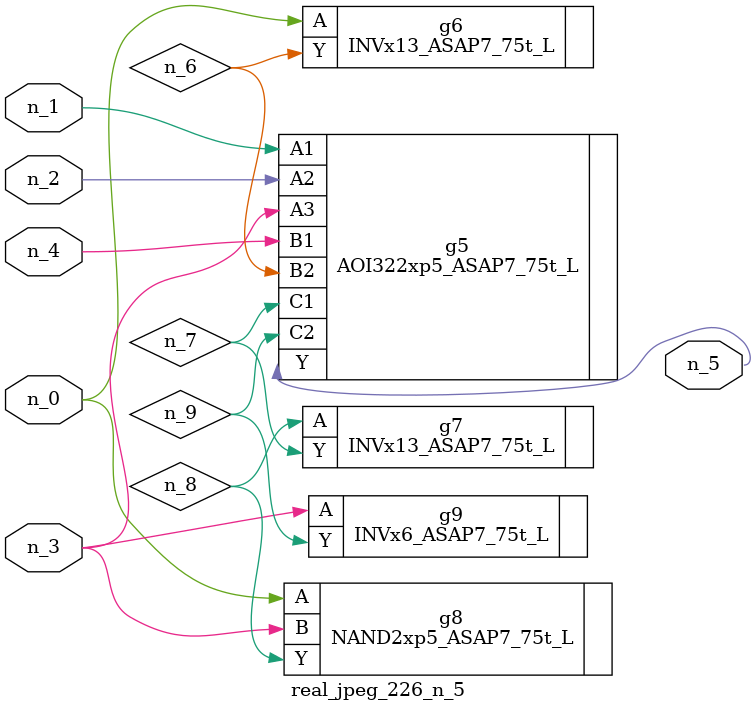
<source format=v>
module real_jpeg_226_n_5 (n_4, n_0, n_1, n_2, n_3, n_5);

input n_4;
input n_0;
input n_1;
input n_2;
input n_3;

output n_5;

wire n_8;
wire n_6;
wire n_7;
wire n_9;

INVx13_ASAP7_75t_L g6 ( 
.A(n_0),
.Y(n_6)
);

NAND2xp5_ASAP7_75t_L g8 ( 
.A(n_0),
.B(n_3),
.Y(n_8)
);

AOI322xp5_ASAP7_75t_L g5 ( 
.A1(n_1),
.A2(n_2),
.A3(n_3),
.B1(n_4),
.B2(n_6),
.C1(n_7),
.C2(n_9),
.Y(n_5)
);

INVx6_ASAP7_75t_L g9 ( 
.A(n_3),
.Y(n_9)
);

INVx13_ASAP7_75t_L g7 ( 
.A(n_8),
.Y(n_7)
);


endmodule
</source>
